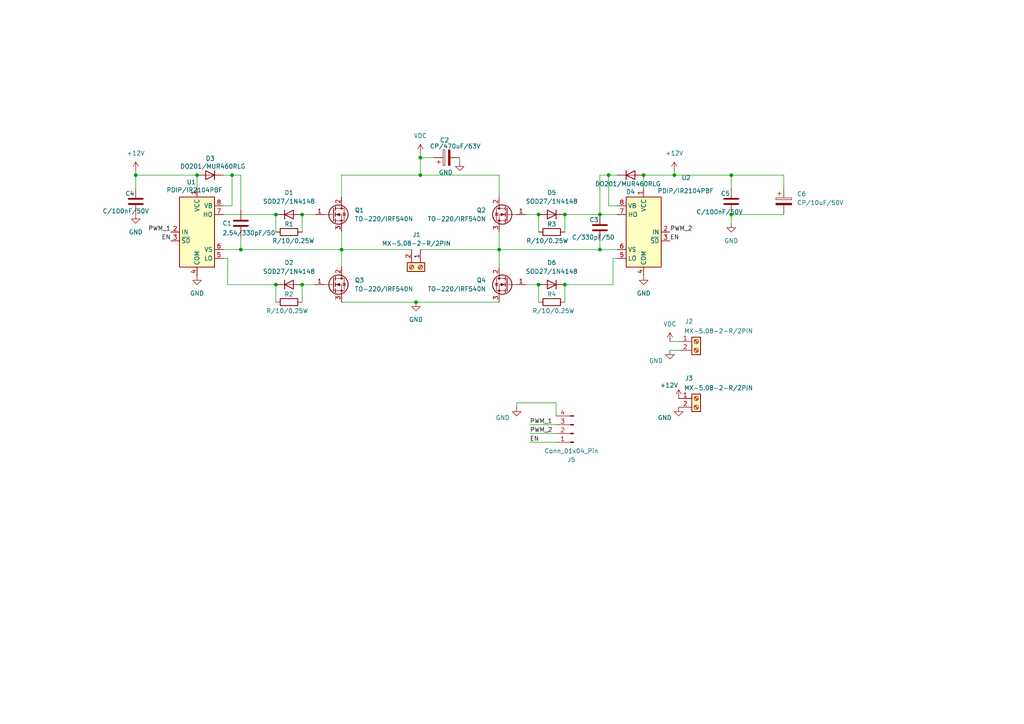
<source format=kicad_sch>
(kicad_sch (version 20231120) (generator "eeschema") (generator_version "8.0")
  (paper "A4")
  (lib_symbols
    (symbol "Connector:Conn_01x04_Pin" (pin_names (offset 1.016) hide)
      (property "Reference" "J" (at 0 5.08 0))
      (property "Value" "Conn_01x04_Pin" (at 0 -7.62 0))
      (symbol "Conn_01x04_Pin_1_1"
        (polyline (pts (xy 1.27 -5.08) (xy 0.8636 -5.08)) (stroke (width 0.1524)))
        (polyline (pts (xy 1.27 -2.54) (xy 0.8636 -2.54)) (stroke (width 0.1524)))
        (polyline (pts (xy 1.27 0) (xy 0.8636 0)) (stroke (width 0.1524)))
        (polyline (pts (xy 1.27 2.54) (xy 0.8636 2.54)) (stroke (width 0.1524)))
        (rectangle (start 0.8636 -4.953) (end 0 -5.207) (stroke (width 0.1524)) (fill (type outline)))
        (rectangle (start 0.8636 -2.413) (end 0 -2.667) (stroke (width 0.1524)) (fill (type outline)))
        (rectangle (start 0.8636 0.127) (end 0 -0.127) (stroke (width 0.1524)) (fill (type outline)))
        (rectangle (start 0.8636 2.667) (end 0 2.413) (stroke (width 0.1524)) (fill (type outline)))
        (pin passive line (at 5.08 2.54 180) (length 3.81) (name "Pin_1") (number "1"))
        (pin passive line (at 5.08 0 180) (length 3.81) (name "Pin_2") (number "2"))
        (pin passive line (at 5.08 -2.54 180) (length 3.81) (name "Pin_3") (number "3"))
        (pin passive line (at 5.08 -5.08 180) (length 3.81) (name "Pin_4") (number "4"))
      )
    )
    (symbol "Connector:Screw_Terminal_01x02" (pin_names (offset 1.016) hide)
      (property "Reference" "J" (at 0 2.54 0))
      (property "Value" "Screw_Terminal_01x02" (at 0 -5.08 0))
      (symbol "Screw_Terminal_01x02_1_1"
        (rectangle (start -1.27 1.27) (end 1.27 -3.81) (stroke (width 0.254)) (fill (type background)))
        (circle (center 0 -2.54) (radius 0.635) (stroke (width 0.1524)))
        (polyline (pts (xy -0.5334 -2.2098) (xy 0.3302 -3.048)) (stroke (width 0.1524)))
        (polyline (pts (xy -0.5334 0.3302) (xy 0.3302 -0.508)) (stroke (width 0.1524)))
        (polyline (pts (xy -0.3556 -2.032) (xy 0.508 -2.8702)) (stroke (width 0.1524)))
        (polyline (pts (xy -0.3556 0.508) (xy 0.508 -0.3302)) (stroke (width 0.1524)))
        (circle (center 0 0) (radius 0.635) (stroke (width 0.1524)))
        (pin passive line (at -5.08 0 0) (length 3.81) (name "Pin_1") (number "1"))
        (pin passive line (at -5.08 -2.54 0) (length 3.81) (name "Pin_2") (number "2"))
      )
    )
    (symbol "Device:C" (pin_numbers hide) (pin_names (offset 0.254))
      (property "Reference" "C" (at 0.635 2.54 0))
      (property "Value" "C" (at 0.635 -2.54 0))
      (symbol "C_0_1"
        (polyline (pts (xy -2.032 -0.762) (xy 2.032 -0.762)) (stroke (width 0.508)))
        (polyline (pts (xy -2.032 0.762) (xy 2.032 0.762)) (stroke (width 0.508)))
      )
      (symbol "C_1_1"
        (pin passive line (at 0 3.81 270) (length 2.794) (name "~") (number "1"))
        (pin passive line (at 0 -3.81 90) (length 2.794) (name "~") (number "2"))
      )
    )
    (symbol "Device:C_Polarized" (pin_numbers hide) (pin_names (offset 0.254))
      (property "Reference" "C" (at 0.635 2.54 0))
      (property "Value" "C_Polarized" (at 0.635 -2.54 0))
      (symbol "C_Polarized_0_1"
        (rectangle (start -2.286 0.508) (end 2.286 1.016))
        (polyline (pts (xy -1.778 2.286) (xy -0.762 2.286)))
        (polyline (pts (xy -1.27 2.794) (xy -1.27 1.778)))
        (rectangle (start 2.286 -0.508) (end -2.286 -1.016) (fill (type outline)))
      )
      (symbol "C_Polarized_1_1"
        (pin passive line (at 0 3.81 270) (length 2.794) (name "~") (number "1"))
        (pin passive line (at 0 -3.81 90) (length 2.794) (name "~") (number "2"))
      )
    )
    (symbol "Device:R" (pin_numbers hide) (pin_names (offset 0))
      (property "Reference" "R" (at 2.032 0 90))
      (property "Value" "R" (at 0 0 90))
      (symbol "R_0_1"
        (rectangle (start -1.016 -2.54) (end 1.016 2.54) (stroke (width 0.254)))
      )
      (symbol "R_1_1"
        (pin passive line (at 0 3.81 270) (length 1.27) (name "~") (number "1"))
        (pin passive line (at 0 -3.81 90) (length 1.27) (name "~") (number "2"))
      )
    )
    (symbol "Diode:1N4148" (pin_numbers hide) (pin_names hide)
      (property "Reference" "D" (at 0 2.54 0))
      (property "Value" "1N4148" (at 0 -2.54 0))
      (symbol "1N4148_0_1"
        (polyline (pts (xy -1.27 1.27) (xy -1.27 -1.27)) (stroke (width 0.254)))
        (polyline (pts (xy 1.27 0) (xy -1.27 0)))
        (polyline (pts (xy 1.27 1.27) (xy 1.27 -1.27) (xy -1.27 0) (xy 1.27 1.27)) (stroke (width 0.254)))
      )
      (symbol "1N4148_1_1"
        (pin passive line (at -3.81 0 0) (length 2.54) (name "K") (number "1"))
        (pin passive line (at 3.81 0 180) (length 2.54) (name "A") (number "2"))
      )
    )
    (symbol "Driver_FET:IR2104"
      (property "Reference" "U" (at 1.27 13.335 0))
      (property "Value" "IR2104" (at 1.27 11.43 0))
      (symbol "IR2104_0_1"
        (rectangle (start -5.08 -10.16) (end 5.08 10.16) (stroke (width 0.254)) (fill (type background)))
      )
      (symbol "IR2104_1_1"
        (pin power_in line (at 0 12.7 270) (length 2.54) (name "VCC") (number "1"))
        (pin input line (at -7.62 0 0) (length 2.54) (name "IN") (number "2"))
        (pin input line (at -7.62 -2.54 0) (length 2.54) (name "~{SD}") (number "3"))
        (pin power_in line (at 0 -12.7 90) (length 2.54) (name "COM") (number "4"))
        (pin output line (at 7.62 -7.62 180) (length 2.54) (name "LO") (number "5"))
        (pin passive line (at 7.62 -5.08 180) (length 2.54) (name "VS") (number "6"))
        (pin output line (at 7.62 5.08 180) (length 2.54) (name "HO") (number "7"))
        (pin passive line (at 7.62 7.62 180) (length 2.54) (name "VB") (number "8"))
      )
    )
    (symbol "Transistor_FET:IRF540N" (pin_names hide)
      (property "Reference" "Q" (at 5.08 1.905 0))
      (property "Value" "IRF540N" (at 5.08 0 0))
      (symbol "IRF540N_0_1"
        (polyline (pts (xy 0.254 0) (xy -2.54 0)))
        (polyline (pts (xy 0.254 1.905) (xy 0.254 -1.905)) (stroke (width 0.254)))
        (polyline (pts (xy 0.762 -1.27) (xy 0.762 -2.286)) (stroke (width 0.254)))
        (polyline (pts (xy 0.762 0.508) (xy 0.762 -0.508)) (stroke (width 0.254)))
        (polyline (pts (xy 0.762 2.286) (xy 0.762 1.27)) (stroke (width 0.254)))
        (polyline (pts (xy 2.54 2.54) (xy 2.54 1.778)))
        (polyline (pts (xy 2.54 -2.54) (xy 2.54 0) (xy 0.762 0)))
        (polyline (pts (xy 0.762 -1.778) (xy 3.302 -1.778) (xy 3.302 1.778) (xy 0.762 1.778)))
        (polyline (pts (xy 1.016 0) (xy 2.032 0.381) (xy 2.032 -0.381) (xy 1.016 0)) (fill (type outline)))
        (polyline (pts (xy 2.794 0.508) (xy 2.921 0.381) (xy 3.683 0.381) (xy 3.81 0.254)))
        (polyline (pts (xy 3.302 0.381) (xy 2.921 -0.254) (xy 3.683 -0.254) (xy 3.302 0.381)))
        (circle (center 1.651 0) (radius 2.794) (stroke (width 0.254)))
        (circle (center 2.54 -1.778) (radius 0.254) (fill (type outline)))
        (circle (center 2.54 1.778) (radius 0.254) (fill (type outline)))
      )
      (symbol "IRF540N_1_1"
        (pin input line (at -5.08 0 0) (length 2.54) (name "G") (number "1"))
        (pin passive line (at 2.54 5.08 270) (length 2.54) (name "D") (number "2"))
        (pin passive line (at 2.54 -5.08 90) (length 2.54) (name "S") (number "3"))
      )
    )
    (symbol "power:+12V" (power) (pin_numbers hide) (pin_names (offset 0) hide)
      (property "Value" "+12V" (at 0 3.556 0))
      (symbol "+12V_0_1"
        (polyline (pts (xy -0.762 1.27) (xy 0 2.54)))
        (polyline (pts (xy 0 0) (xy 0 2.54)))
        (polyline (pts (xy 0 2.54) (xy 0.762 1.27)))
      )
      (symbol "+12V_1_1"
        (pin power_in line (at 0 0 90) (length 0) (name "~") (number "1"))
      )
    )
    (symbol "power:GND" (power) (pin_numbers hide) (pin_names (offset 0) hide)
      (property "Value" "GND" (at 0 -3.81 0))
      (symbol "GND_0_1"
        (polyline (pts (xy 0 0) (xy 0 -1.27) (xy 1.27 -1.27) (xy 0 -2.54) (xy -1.27 -1.27) (xy 0 -1.27)))
      )
      (symbol "GND_1_1"
        (pin power_in line (at 0 0 270) (length 0) (name "~") (number "1"))
      )
    )
    (symbol "power:VDC" (power) (pin_numbers hide) (pin_names (offset 0) hide)
      (property "Value" "VDC" (at 0 3.556 0))
      (symbol "VDC_0_1"
        (polyline (pts (xy -0.762 1.27) (xy 0 2.54)))
        (polyline (pts (xy 0 0) (xy 0 2.54)))
        (polyline (pts (xy 0 2.54) (xy 0.762 1.27)))
      )
      (symbol "VDC_1_1"
        (pin power_in line (at 0 0 90) (length 0) (name "~") (number "1"))
      )
    )
  )
  (junction (at 176.53 50.8))
  (junction (at 156.21 62.23))
  (junction (at 57.15 50.8))
  (junction (at 212.09 62.23))
  (junction (at 212.09 50.8))
  (junction (at 121.92 50.8))
  (junction (at 186.69 50.8))
  (junction (at 156.21 82.55))
  (junction (at 80.01 62.23))
  (junction (at 120.65 87.63))
  (junction (at 163.83 62.23))
  (junction (at 144.78 72.39))
  (junction (at 173.99 62.23))
  (junction (at 87.63 62.23))
  (junction (at 173.99 72.39))
  (junction (at 67.31 50.8))
  (junction (at 163.83 82.55))
  (junction (at 195.58 50.8))
  (junction (at 87.63 82.55))
  (junction (at 121.92 45.72))
  (junction (at 80.01 82.55))
  (junction (at 39.37 50.8))
  (junction (at 69.85 72.39))
  (junction (at 99.06 72.39))
  (wire (pts (xy 153.67 125.73) (xy 161.29 125.73)))
  (wire (pts (xy 163.83 62.23) (xy 163.83 67.31)))
  (wire (pts (xy 66.04 74.93) (xy 66.04 82.55)))
  (wire (pts (xy 121.92 45.72) (xy 121.92 50.8)))
  (wire (pts (xy 99.06 50.8) (xy 99.06 57.15)))
  (wire (pts (xy 173.99 62.23) (xy 163.83 62.23)))
  (wire (pts (xy 149.86 116.84) (xy 149.86 118.11)))
  (wire (pts (xy 156.21 82.55) (xy 152.4 82.55)))
  (wire (pts (xy 67.31 59.69) (xy 67.31 50.8)))
  (wire (pts (xy 87.63 62.23) (xy 87.63 67.31)))
  (wire (pts (xy 87.63 62.23) (xy 91.44 62.23)))
  (wire (pts (xy 227.33 54.61) (xy 227.33 50.8)))
  (wire (pts (xy 163.83 82.55) (xy 163.83 87.63)))
  (wire (pts (xy 39.37 50.8) (xy 39.37 54.61)))
  (wire (pts (xy 80.01 82.55) (xy 80.01 87.63)))
  (wire (pts (xy 161.29 116.84) (xy 161.29 120.65)))
  (wire (pts (xy 57.15 50.8) (xy 57.15 54.61)))
  (wire (pts (xy 177.8 82.55) (xy 163.83 82.55)))
  (wire (pts (xy 64.77 62.23) (xy 80.01 62.23)))
  (wire (pts (xy 177.8 74.93) (xy 177.8 82.55)))
  (wire (pts (xy 144.78 72.39) (xy 144.78 77.47)))
  (wire (pts (xy 69.85 72.39) (xy 99.06 72.39)))
  (wire (pts (xy 80.01 62.23) (xy 80.01 67.31)))
  (wire (pts (xy 121.92 44.45) (xy 121.92 45.72)))
  (wire (pts (xy 195.58 49.53) (xy 195.58 50.8)))
  (wire (pts (xy 173.99 72.39) (xy 144.78 72.39)))
  (wire (pts (xy 69.85 68.58) (xy 69.85 72.39)))
  (wire (pts (xy 87.63 82.55) (xy 91.44 82.55)))
  (wire (pts (xy 156.21 82.55) (xy 156.21 87.63)))
  (wire (pts (xy 156.21 62.23) (xy 156.21 67.31)))
  (wire (pts (xy 64.77 50.8) (xy 67.31 50.8)))
  (wire (pts (xy 120.65 87.63) (xy 144.78 87.63)))
  (wire (pts (xy 66.04 82.55) (xy 80.01 82.55)))
  (wire (pts (xy 39.37 50.8) (xy 57.15 50.8)))
  (wire (pts (xy 195.58 50.8) (xy 212.09 50.8)))
  (wire (pts (xy 179.07 72.39) (xy 173.99 72.39)))
  (wire (pts (xy 212.09 50.8) (xy 227.33 50.8)))
  (wire (pts (xy 196.85 99.06) (xy 194.31 99.06)))
  (wire (pts (xy 195.58 50.8) (xy 186.69 50.8)))
  (wire (pts (xy 176.53 59.69) (xy 176.53 50.8)))
  (wire (pts (xy 179.07 59.69) (xy 176.53 59.69)))
  (wire (pts (xy 176.53 50.8) (xy 173.99 50.8)))
  (wire (pts (xy 186.69 50.8) (xy 186.69 54.61)))
  (wire (pts (xy 99.06 72.39) (xy 99.06 77.47)))
  (wire (pts (xy 39.37 49.53) (xy 39.37 50.8)))
  (wire (pts (xy 173.99 50.8) (xy 173.99 62.23)))
  (wire (pts (xy 173.99 69.85) (xy 173.99 72.39)))
  (wire (pts (xy 153.67 128.27) (xy 161.29 128.27)))
  (wire (pts (xy 99.06 72.39) (xy 119.38 72.39)))
  (wire (pts (xy 156.21 62.23) (xy 152.4 62.23)))
  (wire (pts (xy 194.31 101.6) (xy 196.85 101.6)))
  (wire (pts (xy 121.92 50.8) (xy 144.78 50.8)))
  (wire (pts (xy 144.78 50.8) (xy 144.78 57.15)))
  (wire (pts (xy 212.09 50.8) (xy 212.09 54.61)))
  (wire (pts (xy 99.06 50.8) (xy 121.92 50.8)))
  (wire (pts (xy 64.77 74.93) (xy 66.04 74.93)))
  (wire (pts (xy 121.92 45.72) (xy 125.73 45.72)))
  (wire (pts (xy 64.77 72.39) (xy 69.85 72.39)))
  (wire (pts (xy 69.85 50.8) (xy 69.85 60.96)))
  (wire (pts (xy 212.09 64.77) (xy 212.09 62.23)))
  (wire (pts (xy 87.63 82.55) (xy 87.63 87.63)))
  (wire (pts (xy 144.78 67.31) (xy 144.78 72.39)))
  (wire (pts (xy 153.67 123.19) (xy 161.29 123.19)))
  (wire (pts (xy 133.35 46.99) (xy 133.35 45.72)))
  (wire (pts (xy 179.07 50.8) (xy 176.53 50.8)))
  (wire (pts (xy 64.77 59.69) (xy 67.31 59.69)))
  (wire (pts (xy 179.07 62.23) (xy 173.99 62.23)))
  (wire (pts (xy 212.09 62.23) (xy 227.33 62.23)))
  (wire (pts (xy 67.31 50.8) (xy 69.85 50.8)))
  (wire (pts (xy 99.06 67.31) (xy 99.06 72.39)))
  (wire (pts (xy 121.92 72.39) (xy 144.78 72.39)))
  (wire (pts (xy 179.07 74.93) (xy 177.8 74.93)))
  (wire (pts (xy 149.86 116.84) (xy 161.29 116.84)))
  (wire (pts (xy 99.06 87.63) (xy 120.65 87.63)))
  (label "EN" (at 153.67 128.27 0))
  (label "EN" (at 194.31 69.85 0))
  (label "EN" (at 49.53 69.85 180))
  (label "PWM_1" (at 153.67 123.19 0))
  (label "PWM_2" (at 194.31 67.31 0))
  (label "PWM_1" (at 49.53 67.31 180))
  (label "PWM_2" (at 153.67 125.73 0))
  (symbol (lib_id "Driver_FET:IR2104") (at 57.15 67.31 0) (unit 1)
    (property "Reference" "U1" (at 54.102 52.832 0) (effects (justify left)))
    (property "Value" "PDIP/IR2104PBF" (at 48.26 55.118 0) (effects (justify left)))
    (property "Footprint" "Package_DIP:DIP-8_W7.62mm" (effects (hide yes)))
    (property "Datasheet" "https://www.infineon.com/dgdl/ir2104.pdf?fileId=5546d462533600a4015355c7c1c31671" (effects (hide yes)))
    (property "Description" "Half-Bridge Driver, 600V, 210/360mA, PDIP-8/SOIC-8" (effects (hide yes)))
  )
  (symbol (lib_id "power:VDC") (at 121.92 44.45 0) (unit 1)
    (property "Reference" "#PWR04" (effects (hide yes)))
    (property "Value" "VDC" (at 121.92 39.37 0))
    (property "Description" "Power symbol creates a global label with name \"VDC\"" (effects (hide yes)))
  )
  (symbol (lib_id "Diode:1N4148") (at 60.96 50.8 180) (unit 1)
    (property "Reference" "D3" (at 60.96 45.974 0))
    (property "Value" "DO201/MUR460RLG" (at 61.722 48.26 0))
    (property "Footprint" "Diode_THT:D_DO-201AE_P5.08mm_Vertical_AnodeUp" (effects (hide yes)))
    (property "Datasheet" "https://assets.nexperia.com/documents/data-sheet/1N4148_1N4448.pdf" (effects (hide yes)))
    (property "Description" "100V 0.15A standard switching diode, DO-35" (effects (hide yes)))
    (property "Sim.Device" "D" (effects (hide yes)))
    (property "Sim.Pins" "1=K 2=A" (effects (hide yes)))
  )
  (symbol (lib_id "power:GND") (at 57.15 80.01 0) (unit 1)
    (property "Reference" "#PWR02" (effects (hide yes)))
    (property "Value" "GND" (at 57.15 85.09 0))
    (property "Description" "Power symbol creates a global label with name \"GND\" , ground" (effects (hide yes)))
  )
  (symbol (lib_id "Device:C_Polarized") (at 227.33 58.42 0) (unit 1)
    (property "Reference" "C6" (at 231.14 56.2609 0) (effects (justify left)))
    (property "Value" "CP/10uF/50V" (at 231.14 58.8009 0) (effects (justify left)))
    (property "Footprint" "Capacitor_THT:CP_Radial_D5.0mm_P2.00mm" (effects (hide yes)))
    (property "Description" "Polarized capacitor" (effects (hide yes)))
  )
  (symbol (lib_id "Diode:1N4148") (at 83.82 82.55 0) (unit 1)
    (property "Reference" "D2" (at 83.82 76.2 0))
    (property "Value" "SOD27/1N4148" (at 83.82 78.74 0))
    (property "Footprint" "Diode_THT:D_DO-35_SOD27_P7.62mm_Horizontal" (effects (hide yes)))
    (property "Datasheet" "https://assets.nexperia.com/documents/data-sheet/1N4148_1N4448.pdf" (effects (hide yes)))
    (property "Description" "100V 0.15A standard switching diode, DO-35" (effects (hide yes)))
    (property "Sim.Device" "D" (effects (hide yes)))
    (property "Sim.Pins" "1=K 2=A" (effects (hide yes)))
  )
  (symbol (lib_id "Device:C") (at 173.99 66.04 0) (unit 1)
    (property "Reference" "C3" (at 170.942 63.754 0) (effects (justify left)))
    (property "Value" "C/330pF/50" (at 165.862 68.834 0) (effects (justify left)))
    (property "Footprint" "Capacitor_THT:C_Disc_D3.4mm_W2.1mm_P2.50mm" (effects (hide yes)))
    (property "Description" "Unpolarized capacitor" (effects (hide yes)))
  )
  (symbol (lib_id "Device:C") (at 39.37 58.42 0) (unit 1)
    (property "Reference" "C4" (at 36.322 56.134 0) (effects (justify left)))
    (property "Value" "C/100nF/50V" (at 29.718 61.214 0) (effects (justify left)))
    (property "Footprint" "Capacitor_THT:C_Disc_D3.4mm_W2.1mm_P2.50mm" (effects (hide yes)))
    (property "Description" "Unpolarized capacitor" (effects (hide yes)))
  )
  (symbol (lib_id "Device:R") (at 83.82 87.63 90) (unit 1)
    (property "Reference" "R2" (at 83.82 85.344 90))
    (property "Value" "R/10/0.25W" (at 83.312 90.17 90))
    (property "Footprint" "Resistor_THT:R_Axial_DIN0204_L3.6mm_D1.6mm_P2.54mm_Vertical" (effects (hide yes)))
    (property "Description" "Resistor" (effects (hide yes)))
  )
  (symbol (lib_id "Diode:1N4148") (at 83.82 62.23 0) (unit 1)
    (property "Reference" "D1" (at 83.82 55.88 0))
    (property "Value" "SOD27/1N4148" (at 83.82 58.42 0))
    (property "Footprint" "Diode_THT:D_DO-35_SOD27_P7.62mm_Horizontal" (effects (hide yes)))
    (property "Datasheet" "https://assets.nexperia.com/documents/data-sheet/1N4148_1N4448.pdf" (effects (hide yes)))
    (property "Description" "100V 0.15A standard switching diode, DO-35" (effects (hide yes)))
    (property "Sim.Device" "D" (effects (hide yes)))
    (property "Sim.Pins" "1=K 2=A" (effects (hide yes)))
  )
  (symbol (lib_id "Device:C") (at 69.85 64.77 0) (unit 1)
    (property "Reference" "C1" (at 64.516 64.77 0) (effects (justify left)))
    (property "Value" "2.54/330pF/50" (at 64.516 67.564 0) (effects (justify left)))
    (property "Footprint" "Capacitor_THT:C_Disc_D3.4mm_W2.1mm_P2.50mm" (effects (hide yes)))
    (property "Description" "Unpolarized capacitor" (effects (hide yes)))
  )
  (symbol (lib_id "power:GND") (at 133.35 46.99 0) (unit 1)
    (property "Reference" "#PWR05" (effects (hide yes)))
    (property "Value" "GND" (at 129.286 50.038 0))
    (property "Description" "Power symbol creates a global label with name \"GND\" , ground" (effects (hide yes)))
  )
  (symbol (lib_id "Connector:Screw_Terminal_01x02") (at 121.92 77.47 270) (unit 1)
    (property "Reference" "J1" (at 119.634 68.072 90) (effects (justify left)))
    (property "Value" "MX-5.08-2-R/2PIN" (at 110.744 70.612 90) (effects (justify left)))
    (property "Footprint" "Connector_Phoenix_MSTB:PhoenixContact_MSTBA_2,5_2-G-5,08_1x02_P5.08mm_Horizontal" (effects (hide yes)))
    (property "Description" "Generic screw terminal, single row, 01x02, script generated (kicad-library-utils/schlib/autogen/connector/)" (effects (hide yes)))
  )
  (symbol (lib_id "power:GND") (at 39.37 62.23 0) (unit 1)
    (property "Reference" "#PWR010" (effects (hide yes)))
    (property "Value" "GND" (at 39.37 67.31 0))
    (property "Description" "Power symbol creates a global label with name \"GND\" , ground" (effects (hide yes)))
  )
  (symbol (lib_id "Device:R") (at 160.02 87.63 270) (mirror x) (unit 1)
    (property "Reference" "R4" (at 160.02 85.344 90))
    (property "Value" "R/10/0.25W" (at 160.528 90.17 90))
    (property "Footprint" "Resistor_THT:R_Axial_DIN0204_L3.6mm_D1.6mm_P2.54mm_Vertical" (effects (hide yes)))
    (property "Description" "Resistor" (effects (hide yes)))
  )
  (symbol (lib_id "Connector:Screw_Terminal_01x02") (at 201.93 99.06 0) (unit 1)
    (property "Reference" "J2" (at 198.628 93.218 0) (effects (justify left)))
    (property "Value" "MX-5.08-2-R/2PIN" (at 198.374 96.012 0) (effects (justify left)))
    (property "Footprint" "Connector_Phoenix_MSTB:PhoenixContact_MSTBA_2,5_2-G-5,08_1x02_P5.08mm_Horizontal" (effects (hide yes)))
    (property "Description" "Generic screw terminal, single row, 01x02, script generated (kicad-library-utils/schlib/autogen/connector/)" (effects (hide yes)))
  )
  (symbol (lib_id "Transistor_FET:IRF540N") (at 96.52 62.23 0) (unit 1)
    (property "Reference" "Q1" (at 102.87 60.9599 0) (effects (justify left)))
    (property "Value" "TO-220/IRF540N" (at 102.87 63.4999 0) (effects (justify left)))
    (property "Footprint" "Package_TO_SOT_THT:TO-220-3_Vertical" (effects (hide yes)))
    (property "Datasheet" "http://www.irf.com/product-info/datasheets/data/irf540n.pdf" (effects (hide yes)))
    (property "Description" "33A Id, 100V Vds, HEXFET N-Channel MOSFET, TO-220" (effects (hide yes)))
  )
  (symbol (lib_id "power:VDC") (at 194.31 99.06 0) (unit 1)
    (property "Reference" "#PWR08" (effects (hide yes)))
    (property "Value" "VDC" (at 194.31 93.98 0))
    (property "Description" "Power symbol creates a global label with name \"VDC\"" (effects (hide yes)))
  )
  (symbol (lib_id "Device:R") (at 83.82 67.31 90) (unit 1)
    (property "Reference" "R1" (at 83.82 65.024 90))
    (property "Value" "R/10/0.25W" (at 85.09 69.85 90))
    (property "Footprint" "Resistor_THT:R_Axial_DIN0204_L3.6mm_D1.6mm_P2.54mm_Vertical" (effects (hide yes)))
    (property "Description" "Resistor" (effects (hide yes)))
  )
  (symbol (lib_id "Connector:Conn_01x04_Pin") (at 166.37 125.73 180) (unit 1)
    (property "Reference" "J5" (at 165.735 133.35 0))
    (property "Value" "Conn_01x04_Pin" (at 165.735 130.81 0))
    (property "Footprint" "Connector_PinHeader_2.54mm:PinHeader_1x04_P2.54mm_Vertical" (effects (hide yes)))
    (property "Description" "Generic connector, single row, 01x04, script generated" (effects (hide yes)))
  )
  (symbol (lib_id "power:GND") (at 120.65 87.63 0) (unit 1)
    (property "Reference" "#PWR03" (effects (hide yes)))
    (property "Value" "GND" (at 120.65 92.71 0))
    (property "Description" "Power symbol creates a global label with name \"GND\" , ground" (effects (hide yes)))
  )
  (symbol (lib_id "Transistor_FET:IRF540N") (at 147.32 82.55 0) (mirror y) (unit 1)
    (property "Reference" "Q4" (at 140.97 81.2799 0) (effects (justify left)))
    (property "Value" "TO-220/IRF540N" (at 140.97 83.8199 0) (effects (justify left)))
    (property "Footprint" "Package_TO_SOT_THT:TO-220-3_Vertical" (effects (hide yes)))
    (property "Datasheet" "http://www.irf.com/product-info/datasheets/data/irf540n.pdf" (effects (hide yes)))
    (property "Description" "33A Id, 100V Vds, HEXFET N-Channel MOSFET, TO-220" (effects (hide yes)))
  )
  (symbol (lib_id "Device:C") (at 212.09 58.42 0) (unit 1)
    (property "Reference" "C5" (at 209.042 56.134 0) (effects (justify left)))
    (property "Value" "C/100nF/50V" (at 201.93 61.468 0) (effects (justify left)))
    (property "Footprint" "Capacitor_THT:C_Disc_D3.4mm_W2.1mm_P2.50mm" (effects (hide yes)))
    (property "Description" "Unpolarized capacitor" (effects (hide yes)))
  )
  (symbol (lib_id "power:+12V") (at 195.58 49.53 0) (mirror y) (unit 1)
    (property "Reference" "#PWR06" (effects (hide yes)))
    (property "Value" "+12V" (at 195.58 44.45 0))
    (property "Description" "Power symbol creates a global label with name \"+12V\"" (effects (hide yes)))
  )
  (symbol (lib_id "Diode:1N4148") (at 160.02 62.23 0) (mirror y) (unit 1)
    (property "Reference" "D5" (at 160.02 55.88 0))
    (property "Value" "SOD27/1N4148" (at 160.02 58.42 0))
    (property "Footprint" "Diode_THT:D_DO-35_SOD27_P7.62mm_Horizontal" (effects (hide yes)))
    (property "Datasheet" "https://assets.nexperia.com/documents/data-sheet/1N4148_1N4448.pdf" (effects (hide yes)))
    (property "Description" "100V 0.15A standard switching diode, DO-35" (effects (hide yes)))
    (property "Sim.Device" "D" (effects (hide yes)))
    (property "Sim.Pins" "1=K 2=A" (effects (hide yes)))
  )
  (symbol (lib_id "power:GND") (at 196.85 118.11 0) (unit 1)
    (property "Reference" "#PWR012" (effects (hide yes)))
    (property "Value" "GND" (at 192.786 121.158 0))
    (property "Description" "Power symbol creates a global label with name \"GND\" , ground" (effects (hide yes)))
  )
  (symbol (lib_id "Diode:1N4148") (at 160.02 82.55 0) (mirror y) (unit 1)
    (property "Reference" "D6" (at 160.02 76.2 0))
    (property "Value" "SOD27/1N4148" (at 160.02 78.74 0))
    (property "Footprint" "Diode_THT:D_DO-35_SOD27_P7.62mm_Horizontal" (effects (hide yes)))
    (property "Datasheet" "https://assets.nexperia.com/documents/data-sheet/1N4148_1N4448.pdf" (effects (hide yes)))
    (property "Description" "100V 0.15A standard switching diode, DO-35" (effects (hide yes)))
    (property "Sim.Device" "D" (effects (hide yes)))
    (property "Sim.Pins" "1=K 2=A" (effects (hide yes)))
  )
  (symbol (lib_id "power:GND") (at 149.86 118.11 0) (unit 1)
    (property "Reference" "#PWR014" (effects (hide yes)))
    (property "Value" "GND" (at 145.796 121.158 0))
    (property "Description" "Power symbol creates a global label with name \"GND\" , ground" (effects (hide yes)))
  )
  (symbol (lib_id "power:GND") (at 186.69 80.01 0) (mirror y) (unit 1)
    (property "Reference" "#PWR07" (effects (hide yes)))
    (property "Value" "GND" (at 186.69 85.09 0))
    (property "Description" "Power symbol creates a global label with name \"GND\" , ground" (effects (hide yes)))
  )
  (symbol (lib_id "power:+12V") (at 196.85 115.57 0) (unit 1)
    (property "Reference" "#PWR013" (effects (hide yes)))
    (property "Value" "+12V" (at 194.056 111.76 0))
    (property "Description" "Power symbol creates a global label with name \"+12V\"" (effects (hide yes)))
  )
  (symbol (lib_id "Device:C_Polarized") (at 129.54 45.72 90) (unit 1)
    (property "Reference" "C2" (at 130.302 40.64 90) (effects (justify left)))
    (property "Value" "CP/470uF/63V" (at 139.446 42.418 90) (effects (justify left)))
    (property "Footprint" "Capacitor_THT:CP_Radial_D12.5mm_P5.00mm" (effects (hide yes)))
    (property "Description" "Polarized capacitor" (effects (hide yes)))
  )
  (symbol (lib_id "Transistor_FET:IRF540N") (at 147.32 62.23 0) (mirror y) (unit 1)
    (property "Reference" "Q2" (at 140.97 60.9599 0) (effects (justify left)))
    (property "Value" "TO-220/IRF540N" (at 140.97 63.4999 0) (effects (justify left)))
    (property "Footprint" "Package_TO_SOT_THT:TO-220-3_Vertical" (effects (hide yes)))
    (property "Datasheet" "http://www.irf.com/product-info/datasheets/data/irf540n.pdf" (effects (hide yes)))
    (property "Description" "33A Id, 100V Vds, HEXFET N-Channel MOSFET, TO-220" (effects (hide yes)))
  )
  (symbol (lib_id "Device:R") (at 160.02 67.31 270) (mirror x) (unit 1)
    (property "Reference" "R3" (at 160.02 65.024 90))
    (property "Value" "R/10/0.25W" (at 158.75 69.85 90))
    (property "Footprint" "Resistor_THT:R_Axial_DIN0204_L3.6mm_D1.6mm_P2.54mm_Vertical" (effects (hide yes)))
    (property "Description" "Resistor" (effects (hide yes)))
  )
  (symbol (lib_id "Transistor_FET:IRF540N") (at 96.52 82.55 0) (unit 1)
    (property "Reference" "Q3" (at 102.87 81.2799 0) (effects (justify left)))
    (property "Value" "TO-220/IRF540N" (at 102.87 83.8199 0) (effects (justify left)))
    (property "Footprint" "Package_TO_SOT_THT:TO-220-3_Vertical" (effects (hide yes)))
    (property "Datasheet" "http://www.irf.com/product-info/datasheets/data/irf540n.pdf" (effects (hide yes)))
    (property "Description" "33A Id, 100V Vds, HEXFET N-Channel MOSFET, TO-220" (effects (hide yes)))
  )
  (symbol (lib_id "power:GND") (at 212.09 64.77 0) (unit 1)
    (property "Reference" "#PWR011" (effects (hide yes)))
    (property "Value" "GND" (at 212.09 69.85 0))
    (property "Description" "Power symbol creates a global label with name \"GND\" , ground" (effects (hide yes)))
  )
  (symbol (lib_id "Driver_FET:IR2104") (at 186.69 67.31 0) (mirror y) (unit 1)
    (property "Reference" "U2" (at 200.406 51.562 0) (effects (justify left)))
    (property "Value" "PDIP/IR2104PBF" (at 207.01 55.372 0) (effects (justify left)))
    (property "Footprint" "Package_DIP:DIP-8_W7.62mm" (effects (hide yes)))
    (property "Datasheet" "https://www.infineon.com/dgdl/ir2104.pdf?fileId=5546d462533600a4015355c7c1c31671" (effects (hide yes)))
    (property "Description" "Half-Bridge Driver, 600V, 210/360mA, PDIP-8/SOIC-8" (effects (hide yes)))
  )
  (symbol (lib_id "Connector:Screw_Terminal_01x02") (at 201.93 115.57 0) (unit 1)
    (property "Reference" "J3" (at 198.628 109.728 0) (effects (justify left)))
    (property "Value" "MX-5.08-2-R/2PIN" (at 198.374 112.522 0) (effects (justify left)))
    (property "Footprint" "Connector_Phoenix_MSTB:PhoenixContact_MSTBA_2,5_2-G-5,08_1x02_P5.08mm_Horizontal" (effects (hide yes)))
    (property "Description" "Generic screw terminal, single row, 01x02, script generated (kicad-library-utils/schlib/autogen/connector/)" (effects (hide yes)))
  )
  (symbol (lib_id "power:+12V") (at 39.37 49.53 0) (unit 1)
    (property "Reference" "#PWR01" (effects (hide yes)))
    (property "Value" "+12V" (at 39.37 44.45 0))
    (property "Description" "Power symbol creates a global label with name \"+12V\"" (effects (hide yes)))
  )
  (symbol (lib_id "power:GND") (at 194.31 101.6 0) (unit 1)
    (property "Reference" "#PWR09" (effects (hide yes)))
    (property "Value" "GND" (at 190.246 104.648 0))
    (property "Description" "Power symbol creates a global label with name \"GND\" , ground" (effects (hide yes)))
  )
  (symbol (lib_id "Diode:1N4148") (at 182.88 50.8 0) (unit 1)
    (property "Reference" "D4" (at 182.88 55.626 0))
    (property "Value" "DO201/MUR460RLG" (at 182.118 53.34 0))
    (property "Footprint" "Diode_THT:D_DO-201AE_P5.08mm_Vertical_AnodeUp" (effects (hide yes)))
    (property "Datasheet" "https://assets.nexperia.com/documents/data-sheet/1N4148_1N4448.pdf" (effects (hide yes)))
    (property "Description" "100V 0.15A standard switching diode, DO-35" (effects (hide yes)))
    (property "Sim.Device" "D" (effects (hide yes)))
    (property "Sim.Pins" "1=K 2=A" (effects (hide yes)))
  )
)
</source>
